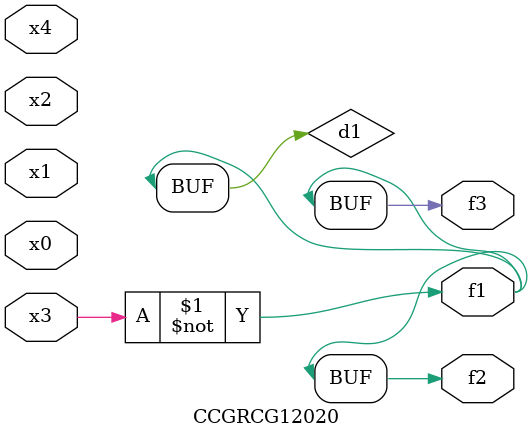
<source format=v>
module CCGRCG12020(
	input x0, x1, x2, x3, x4,
	output f1, f2, f3
);

	wire d1, d2;

	xnor (d1, x3);
	not (d2, x1);
	assign f1 = d1;
	assign f2 = d1;
	assign f3 = d1;
endmodule

</source>
